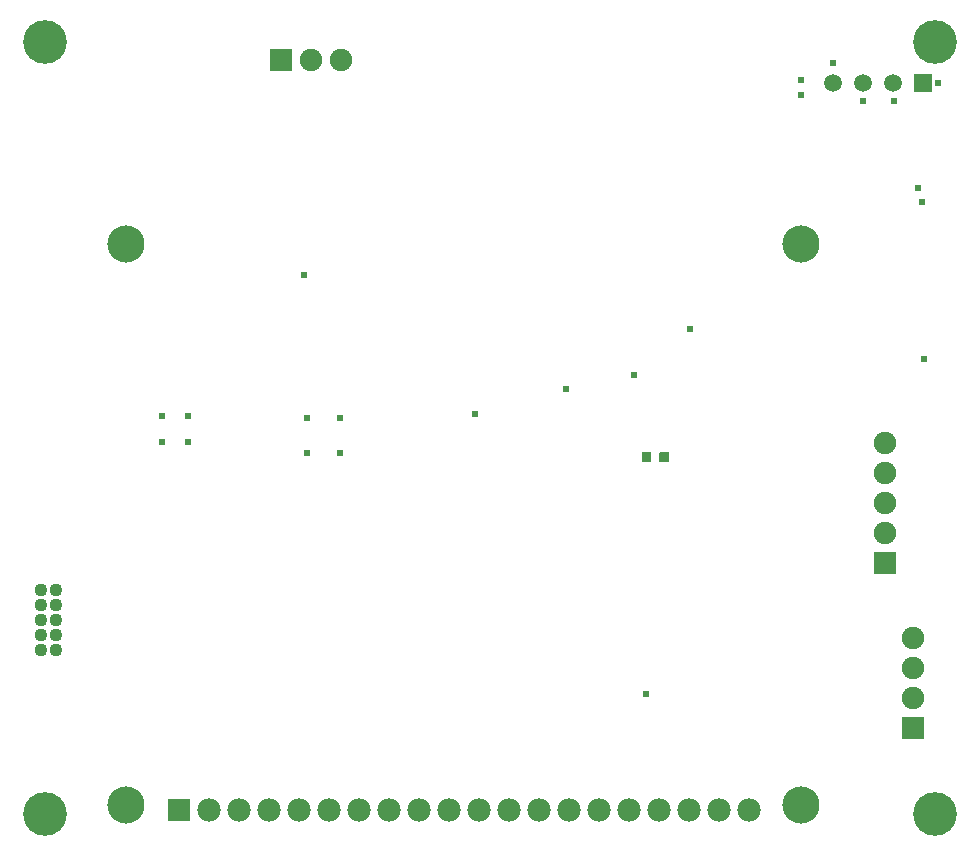
<source format=gbs>
G04*
G04 #@! TF.GenerationSoftware,Altium Limited,Altium NEXUS,4.7.2 (13)*
G04*
G04 Layer_Color=16711935*
%FSLAX25Y25*%
%MOIN*%
G70*
G04*
G04 #@! TF.SameCoordinates,2623A66C-A178-4ADA-913C-0C76BB464C87*
G04*
G04*
G04 #@! TF.FilePolarity,Negative*
G04*
G01*
G75*
%ADD162C,0.07487*%
%ADD163R,0.07487X0.07487*%
%ADD164R,0.07487X0.07487*%
%ADD165C,0.05943*%
%ADD166R,0.05943X0.05943*%
%ADD167R,0.07782X0.07782*%
%ADD168C,0.07782*%
%ADD169C,0.04360*%
%ADD170C,0.12400*%
%ADD171C,0.14573*%
%ADD172C,0.02400*%
G36*
X211061Y129712D02*
X211099Y129701D01*
X211134Y129682D01*
X211164Y129657D01*
X211189Y129627D01*
X211208Y129592D01*
X211219Y129554D01*
X211223Y129515D01*
Y128026D01*
Y127933D01*
Y126722D01*
X211219Y126683D01*
X211208Y126645D01*
X211189Y126611D01*
X211164Y126580D01*
X211134Y126555D01*
X211099Y126537D01*
X211061Y126525D01*
X211022Y126521D01*
X208229D01*
X208190Y126525D01*
X208152Y126537D01*
X208118Y126555D01*
X208087Y126580D01*
X208062Y126611D01*
X208044Y126645D01*
X208032Y126683D01*
X208028Y126722D01*
Y129515D01*
X208032Y129554D01*
X208044Y129592D01*
X208062Y129627D01*
X208087Y129657D01*
X208118Y129682D01*
X208152Y129701D01*
X208190Y129712D01*
X208229Y129716D01*
X211022D01*
X211061Y129712D01*
D02*
G37*
G36*
X217020D02*
X217057Y129701D01*
X217092Y129682D01*
X217123Y129657D01*
X217148Y129627D01*
X217166Y129592D01*
X217178Y129554D01*
X217181Y129515D01*
Y126722D01*
X217178Y126683D01*
X217166Y126645D01*
X217148Y126611D01*
X217123Y126580D01*
X217092Y126555D01*
X217057Y126537D01*
X217020Y126525D01*
X216981Y126521D01*
X214188D01*
X214148Y126525D01*
X214111Y126537D01*
X214076Y126555D01*
X214045Y126580D01*
X214020Y126611D01*
X214002Y126645D01*
X213990Y126683D01*
X213987Y126722D01*
Y129515D01*
X213990Y129554D01*
X214002Y129592D01*
X214020Y129627D01*
X214045Y129657D01*
X214076Y129682D01*
X214111Y129701D01*
X214148Y129712D01*
X214188Y129716D01*
X216981D01*
X217020Y129712D01*
D02*
G37*
D162*
X289300Y123000D02*
D03*
Y113000D02*
D03*
Y103000D02*
D03*
Y133000D02*
D03*
X298500Y67800D02*
D03*
Y57800D02*
D03*
Y47800D02*
D03*
X98000Y260370D02*
D03*
X108000D02*
D03*
D163*
X289300Y93000D02*
D03*
X298500Y37800D02*
D03*
D164*
X88000Y260370D02*
D03*
D165*
X271856Y252782D02*
D03*
X281856D02*
D03*
X291856D02*
D03*
D166*
X301856D02*
D03*
D167*
X53800Y10500D02*
D03*
D168*
X63800D02*
D03*
X83800D02*
D03*
X93800D02*
D03*
X103800D02*
D03*
X113800D02*
D03*
X123800D02*
D03*
X133800D02*
D03*
X143800D02*
D03*
X153800D02*
D03*
X163800D02*
D03*
X173800D02*
D03*
X183800D02*
D03*
X193800D02*
D03*
X203800D02*
D03*
X213800D02*
D03*
X223800D02*
D03*
X233800D02*
D03*
X243800D02*
D03*
X73800D02*
D03*
D169*
X8000Y83900D02*
D03*
Y78900D02*
D03*
X13000Y83900D02*
D03*
Y78900D02*
D03*
Y68900D02*
D03*
Y73900D02*
D03*
X8000Y68900D02*
D03*
Y73900D02*
D03*
Y63900D02*
D03*
X13000D02*
D03*
D170*
X261300Y199160D02*
D03*
X36300Y12160D02*
D03*
Y199160D02*
D03*
X261300Y12160D02*
D03*
D171*
X305709Y9252D02*
D03*
Y266339D02*
D03*
X9252Y9252D02*
D03*
Y266339D02*
D03*
D172*
X300278Y217801D02*
D03*
X302249Y160994D02*
D03*
X301375Y213137D02*
D03*
X292193Y246837D02*
D03*
X281856D02*
D03*
X306856Y252782D02*
D03*
X271854Y259618D02*
D03*
X261200Y253700D02*
D03*
Y248700D02*
D03*
X224088Y170785D02*
D03*
X182980Y150821D02*
D03*
X205643Y155440D02*
D03*
X107600Y141097D02*
D03*
X96360D02*
D03*
Y129585D02*
D03*
X48108Y133317D02*
D03*
Y141908D02*
D03*
X56840D02*
D03*
Y133317D02*
D03*
X107600Y129585D02*
D03*
X209492Y49166D02*
D03*
X152453Y142582D02*
D03*
X95507Y188800D02*
D03*
M02*

</source>
